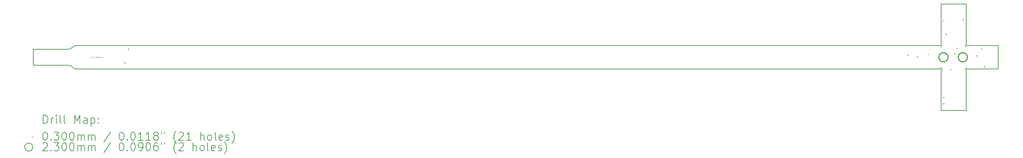
<source format=gbr>
%TF.GenerationSoftware,KiCad,Pcbnew,7.0.7*%
%TF.CreationDate,2024-05-14T22:36:55+02:00*%
%TF.ProjectId,Thumb_V1,5468756d-625f-4563-912e-6b696361645f,rev?*%
%TF.SameCoordinates,Original*%
%TF.FileFunction,Drillmap*%
%TF.FilePolarity,Positive*%
%FSLAX45Y45*%
G04 Gerber Fmt 4.5, Leading zero omitted, Abs format (unit mm)*
G04 Created by KiCad (PCBNEW 7.0.7) date 2024-05-14 22:36:55*
%MOMM*%
%LPD*%
G01*
G04 APERTURE LIST*
%ADD10C,0.200000*%
%ADD11C,0.030000*%
%ADD12C,0.230000*%
G04 APERTURE END LIST*
D10*
X26347950Y-12401400D02*
G75*
G03*
X26322953Y-12426400I-25000J0D01*
G01*
X26322953Y-13436400D02*
X26322953Y-12426400D01*
X25692953Y-12426400D02*
X25692953Y-13436400D01*
X25692953Y-13436400D02*
X26322953Y-13436400D01*
X25667950Y-11821400D02*
G75*
G03*
X25692953Y-11796400I25000J0D01*
G01*
X26322953Y-11796397D02*
G75*
G03*
X26347953Y-11821400I-3J-25003D01*
G01*
X25692953Y-10786400D02*
X25692953Y-11796400D01*
X3062953Y-12311400D02*
X3942953Y-12311400D01*
X25692953Y-12426397D02*
G75*
G03*
X25667953Y-12401400I-3J24997D01*
G01*
X25667953Y-11821400D02*
X4135047Y-11821400D01*
X4038998Y-12356401D02*
G75*
G03*
X3942953Y-12311400I-96048J-79999D01*
G01*
X3942953Y-11911402D02*
G75*
G03*
X4039000Y-11866400I-3J125002D01*
G01*
X3062953Y-11911400D02*
X3062953Y-12311400D01*
X26322953Y-11796400D02*
X26322953Y-10786400D01*
X27122953Y-11821400D02*
X26347953Y-11821400D01*
X26347953Y-12401400D02*
X27122953Y-12401400D01*
X3942953Y-11911400D02*
X3062953Y-11911400D01*
X4039002Y-12356398D02*
G75*
G03*
X4135047Y-12401400I96048J79998D01*
G01*
X27122953Y-12401400D02*
X27122953Y-11821400D01*
X4135047Y-11821398D02*
G75*
G03*
X4039000Y-11866400I3J-125002D01*
G01*
X26322953Y-10786400D02*
X25692953Y-10786400D01*
X4135047Y-12401400D02*
X25667953Y-12401400D01*
D11*
X4492326Y-12098400D02*
X4522326Y-12128400D01*
X4522326Y-12098400D02*
X4492326Y-12128400D01*
X4562326Y-12098400D02*
X4592326Y-12128400D01*
X4592326Y-12098400D02*
X4562326Y-12128400D01*
X4632326Y-12098400D02*
X4662326Y-12128400D01*
X4662326Y-12098400D02*
X4632326Y-12128400D01*
X4702326Y-12098400D02*
X4732326Y-12128400D01*
X4732326Y-12098400D02*
X4702326Y-12128400D01*
X4772326Y-12098400D02*
X4802326Y-12128400D01*
X4802326Y-12098400D02*
X4772326Y-12128400D01*
X5327000Y-12232000D02*
X5357000Y-12262000D01*
X5357000Y-12232000D02*
X5327000Y-12262000D01*
X5415000Y-11898000D02*
X5445000Y-11928000D01*
X5445000Y-11898000D02*
X5415000Y-11928000D01*
X24858000Y-12042000D02*
X24888000Y-12072000D01*
X24888000Y-12042000D02*
X24858000Y-12072000D01*
X25084953Y-12094400D02*
X25114953Y-12124400D01*
X25114953Y-12094400D02*
X25084953Y-12124400D01*
X25363953Y-12020400D02*
X25393953Y-12050400D01*
X25393953Y-12020400D02*
X25363953Y-12050400D01*
X25742252Y-11178748D02*
X25772252Y-11208748D01*
X25772252Y-11178748D02*
X25742252Y-11208748D01*
X25744003Y-13253155D02*
X25774003Y-13283155D01*
X25774003Y-13253155D02*
X25744003Y-13283155D01*
X25745000Y-13096000D02*
X25775000Y-13126000D01*
X25775000Y-13096000D02*
X25745000Y-13126000D01*
X25796953Y-11524400D02*
X25826953Y-11554400D01*
X25826953Y-11524400D02*
X25796953Y-11554400D01*
X25925953Y-12398402D02*
X25955953Y-12428402D01*
X25955953Y-12398402D02*
X25925953Y-12428402D01*
X26016953Y-12003400D02*
X26046953Y-12033400D01*
X26046953Y-12003400D02*
X26016953Y-12033400D01*
X26077453Y-11871900D02*
X26107453Y-11901900D01*
X26107453Y-11871900D02*
X26077453Y-11901900D01*
X26226000Y-11153000D02*
X26256000Y-11183000D01*
X26256000Y-11153000D02*
X26226000Y-11183000D01*
X26574000Y-12060000D02*
X26604000Y-12090000D01*
X26604000Y-12060000D02*
X26574000Y-12090000D01*
X26693000Y-11883000D02*
X26723000Y-11913000D01*
X26723000Y-11883000D02*
X26693000Y-11913000D01*
X26760000Y-12329000D02*
X26790000Y-12359000D01*
X26790000Y-12329000D02*
X26760000Y-12359000D01*
D12*
X25867953Y-12111400D02*
G75*
G03*
X25867953Y-12111400I-115000J0D01*
G01*
X26352953Y-12111400D02*
G75*
G03*
X26352953Y-12111400I-115000J0D01*
G01*
D10*
X3313730Y-13757884D02*
X3313730Y-13557884D01*
X3313730Y-13557884D02*
X3361349Y-13557884D01*
X3361349Y-13557884D02*
X3389920Y-13567408D01*
X3389920Y-13567408D02*
X3408968Y-13586455D01*
X3408968Y-13586455D02*
X3418492Y-13605503D01*
X3418492Y-13605503D02*
X3428016Y-13643598D01*
X3428016Y-13643598D02*
X3428016Y-13672169D01*
X3428016Y-13672169D02*
X3418492Y-13710265D01*
X3418492Y-13710265D02*
X3408968Y-13729312D01*
X3408968Y-13729312D02*
X3389920Y-13748360D01*
X3389920Y-13748360D02*
X3361349Y-13757884D01*
X3361349Y-13757884D02*
X3313730Y-13757884D01*
X3513730Y-13757884D02*
X3513730Y-13624550D01*
X3513730Y-13662646D02*
X3523254Y-13643598D01*
X3523254Y-13643598D02*
X3532778Y-13634074D01*
X3532778Y-13634074D02*
X3551825Y-13624550D01*
X3551825Y-13624550D02*
X3570873Y-13624550D01*
X3637539Y-13757884D02*
X3637539Y-13624550D01*
X3637539Y-13557884D02*
X3628016Y-13567408D01*
X3628016Y-13567408D02*
X3637539Y-13576931D01*
X3637539Y-13576931D02*
X3647063Y-13567408D01*
X3647063Y-13567408D02*
X3637539Y-13557884D01*
X3637539Y-13557884D02*
X3637539Y-13576931D01*
X3761349Y-13757884D02*
X3742301Y-13748360D01*
X3742301Y-13748360D02*
X3732778Y-13729312D01*
X3732778Y-13729312D02*
X3732778Y-13557884D01*
X3866111Y-13757884D02*
X3847063Y-13748360D01*
X3847063Y-13748360D02*
X3837539Y-13729312D01*
X3837539Y-13729312D02*
X3837539Y-13557884D01*
X4094682Y-13757884D02*
X4094682Y-13557884D01*
X4094682Y-13557884D02*
X4161349Y-13700741D01*
X4161349Y-13700741D02*
X4228016Y-13557884D01*
X4228016Y-13557884D02*
X4228016Y-13757884D01*
X4408968Y-13757884D02*
X4408968Y-13653122D01*
X4408968Y-13653122D02*
X4399444Y-13634074D01*
X4399444Y-13634074D02*
X4380397Y-13624550D01*
X4380397Y-13624550D02*
X4342301Y-13624550D01*
X4342301Y-13624550D02*
X4323254Y-13634074D01*
X4408968Y-13748360D02*
X4389921Y-13757884D01*
X4389921Y-13757884D02*
X4342301Y-13757884D01*
X4342301Y-13757884D02*
X4323254Y-13748360D01*
X4323254Y-13748360D02*
X4313730Y-13729312D01*
X4313730Y-13729312D02*
X4313730Y-13710265D01*
X4313730Y-13710265D02*
X4323254Y-13691217D01*
X4323254Y-13691217D02*
X4342301Y-13681693D01*
X4342301Y-13681693D02*
X4389921Y-13681693D01*
X4389921Y-13681693D02*
X4408968Y-13672169D01*
X4504206Y-13624550D02*
X4504206Y-13824550D01*
X4504206Y-13634074D02*
X4523254Y-13624550D01*
X4523254Y-13624550D02*
X4561349Y-13624550D01*
X4561349Y-13624550D02*
X4580397Y-13634074D01*
X4580397Y-13634074D02*
X4589921Y-13643598D01*
X4589921Y-13643598D02*
X4599444Y-13662646D01*
X4599444Y-13662646D02*
X4599444Y-13719788D01*
X4599444Y-13719788D02*
X4589921Y-13738836D01*
X4589921Y-13738836D02*
X4580397Y-13748360D01*
X4580397Y-13748360D02*
X4561349Y-13757884D01*
X4561349Y-13757884D02*
X4523254Y-13757884D01*
X4523254Y-13757884D02*
X4504206Y-13748360D01*
X4685159Y-13738836D02*
X4694682Y-13748360D01*
X4694682Y-13748360D02*
X4685159Y-13757884D01*
X4685159Y-13757884D02*
X4675635Y-13748360D01*
X4675635Y-13748360D02*
X4685159Y-13738836D01*
X4685159Y-13738836D02*
X4685159Y-13757884D01*
X4685159Y-13634074D02*
X4694682Y-13643598D01*
X4694682Y-13643598D02*
X4685159Y-13653122D01*
X4685159Y-13653122D02*
X4675635Y-13643598D01*
X4675635Y-13643598D02*
X4685159Y-13634074D01*
X4685159Y-13634074D02*
X4685159Y-13653122D01*
D11*
X3022953Y-14071400D02*
X3052953Y-14101400D01*
X3052953Y-14071400D02*
X3022953Y-14101400D01*
D10*
X3351825Y-13977884D02*
X3370873Y-13977884D01*
X3370873Y-13977884D02*
X3389920Y-13987408D01*
X3389920Y-13987408D02*
X3399444Y-13996931D01*
X3399444Y-13996931D02*
X3408968Y-14015979D01*
X3408968Y-14015979D02*
X3418492Y-14054074D01*
X3418492Y-14054074D02*
X3418492Y-14101693D01*
X3418492Y-14101693D02*
X3408968Y-14139788D01*
X3408968Y-14139788D02*
X3399444Y-14158836D01*
X3399444Y-14158836D02*
X3389920Y-14168360D01*
X3389920Y-14168360D02*
X3370873Y-14177884D01*
X3370873Y-14177884D02*
X3351825Y-14177884D01*
X3351825Y-14177884D02*
X3332778Y-14168360D01*
X3332778Y-14168360D02*
X3323254Y-14158836D01*
X3323254Y-14158836D02*
X3313730Y-14139788D01*
X3313730Y-14139788D02*
X3304206Y-14101693D01*
X3304206Y-14101693D02*
X3304206Y-14054074D01*
X3304206Y-14054074D02*
X3313730Y-14015979D01*
X3313730Y-14015979D02*
X3323254Y-13996931D01*
X3323254Y-13996931D02*
X3332778Y-13987408D01*
X3332778Y-13987408D02*
X3351825Y-13977884D01*
X3504206Y-14158836D02*
X3513730Y-14168360D01*
X3513730Y-14168360D02*
X3504206Y-14177884D01*
X3504206Y-14177884D02*
X3494682Y-14168360D01*
X3494682Y-14168360D02*
X3504206Y-14158836D01*
X3504206Y-14158836D02*
X3504206Y-14177884D01*
X3580397Y-13977884D02*
X3704206Y-13977884D01*
X3704206Y-13977884D02*
X3637539Y-14054074D01*
X3637539Y-14054074D02*
X3666111Y-14054074D01*
X3666111Y-14054074D02*
X3685159Y-14063598D01*
X3685159Y-14063598D02*
X3694682Y-14073122D01*
X3694682Y-14073122D02*
X3704206Y-14092169D01*
X3704206Y-14092169D02*
X3704206Y-14139788D01*
X3704206Y-14139788D02*
X3694682Y-14158836D01*
X3694682Y-14158836D02*
X3685159Y-14168360D01*
X3685159Y-14168360D02*
X3666111Y-14177884D01*
X3666111Y-14177884D02*
X3608968Y-14177884D01*
X3608968Y-14177884D02*
X3589920Y-14168360D01*
X3589920Y-14168360D02*
X3580397Y-14158836D01*
X3828016Y-13977884D02*
X3847063Y-13977884D01*
X3847063Y-13977884D02*
X3866111Y-13987408D01*
X3866111Y-13987408D02*
X3875635Y-13996931D01*
X3875635Y-13996931D02*
X3885159Y-14015979D01*
X3885159Y-14015979D02*
X3894682Y-14054074D01*
X3894682Y-14054074D02*
X3894682Y-14101693D01*
X3894682Y-14101693D02*
X3885159Y-14139788D01*
X3885159Y-14139788D02*
X3875635Y-14158836D01*
X3875635Y-14158836D02*
X3866111Y-14168360D01*
X3866111Y-14168360D02*
X3847063Y-14177884D01*
X3847063Y-14177884D02*
X3828016Y-14177884D01*
X3828016Y-14177884D02*
X3808968Y-14168360D01*
X3808968Y-14168360D02*
X3799444Y-14158836D01*
X3799444Y-14158836D02*
X3789920Y-14139788D01*
X3789920Y-14139788D02*
X3780397Y-14101693D01*
X3780397Y-14101693D02*
X3780397Y-14054074D01*
X3780397Y-14054074D02*
X3789920Y-14015979D01*
X3789920Y-14015979D02*
X3799444Y-13996931D01*
X3799444Y-13996931D02*
X3808968Y-13987408D01*
X3808968Y-13987408D02*
X3828016Y-13977884D01*
X4018492Y-13977884D02*
X4037540Y-13977884D01*
X4037540Y-13977884D02*
X4056587Y-13987408D01*
X4056587Y-13987408D02*
X4066111Y-13996931D01*
X4066111Y-13996931D02*
X4075635Y-14015979D01*
X4075635Y-14015979D02*
X4085159Y-14054074D01*
X4085159Y-14054074D02*
X4085159Y-14101693D01*
X4085159Y-14101693D02*
X4075635Y-14139788D01*
X4075635Y-14139788D02*
X4066111Y-14158836D01*
X4066111Y-14158836D02*
X4056587Y-14168360D01*
X4056587Y-14168360D02*
X4037540Y-14177884D01*
X4037540Y-14177884D02*
X4018492Y-14177884D01*
X4018492Y-14177884D02*
X3999444Y-14168360D01*
X3999444Y-14168360D02*
X3989920Y-14158836D01*
X3989920Y-14158836D02*
X3980397Y-14139788D01*
X3980397Y-14139788D02*
X3970873Y-14101693D01*
X3970873Y-14101693D02*
X3970873Y-14054074D01*
X3970873Y-14054074D02*
X3980397Y-14015979D01*
X3980397Y-14015979D02*
X3989920Y-13996931D01*
X3989920Y-13996931D02*
X3999444Y-13987408D01*
X3999444Y-13987408D02*
X4018492Y-13977884D01*
X4170873Y-14177884D02*
X4170873Y-14044550D01*
X4170873Y-14063598D02*
X4180397Y-14054074D01*
X4180397Y-14054074D02*
X4199444Y-14044550D01*
X4199444Y-14044550D02*
X4228016Y-14044550D01*
X4228016Y-14044550D02*
X4247063Y-14054074D01*
X4247063Y-14054074D02*
X4256587Y-14073122D01*
X4256587Y-14073122D02*
X4256587Y-14177884D01*
X4256587Y-14073122D02*
X4266111Y-14054074D01*
X4266111Y-14054074D02*
X4285159Y-14044550D01*
X4285159Y-14044550D02*
X4313730Y-14044550D01*
X4313730Y-14044550D02*
X4332778Y-14054074D01*
X4332778Y-14054074D02*
X4342302Y-14073122D01*
X4342302Y-14073122D02*
X4342302Y-14177884D01*
X4437540Y-14177884D02*
X4437540Y-14044550D01*
X4437540Y-14063598D02*
X4447063Y-14054074D01*
X4447063Y-14054074D02*
X4466111Y-14044550D01*
X4466111Y-14044550D02*
X4494683Y-14044550D01*
X4494683Y-14044550D02*
X4513730Y-14054074D01*
X4513730Y-14054074D02*
X4523254Y-14073122D01*
X4523254Y-14073122D02*
X4523254Y-14177884D01*
X4523254Y-14073122D02*
X4532778Y-14054074D01*
X4532778Y-14054074D02*
X4551825Y-14044550D01*
X4551825Y-14044550D02*
X4580397Y-14044550D01*
X4580397Y-14044550D02*
X4599444Y-14054074D01*
X4599444Y-14054074D02*
X4608968Y-14073122D01*
X4608968Y-14073122D02*
X4608968Y-14177884D01*
X4999444Y-13968360D02*
X4828016Y-14225503D01*
X5256587Y-13977884D02*
X5275635Y-13977884D01*
X5275635Y-13977884D02*
X5294683Y-13987408D01*
X5294683Y-13987408D02*
X5304206Y-13996931D01*
X5304206Y-13996931D02*
X5313730Y-14015979D01*
X5313730Y-14015979D02*
X5323254Y-14054074D01*
X5323254Y-14054074D02*
X5323254Y-14101693D01*
X5323254Y-14101693D02*
X5313730Y-14139788D01*
X5313730Y-14139788D02*
X5304206Y-14158836D01*
X5304206Y-14158836D02*
X5294683Y-14168360D01*
X5294683Y-14168360D02*
X5275635Y-14177884D01*
X5275635Y-14177884D02*
X5256587Y-14177884D01*
X5256587Y-14177884D02*
X5237540Y-14168360D01*
X5237540Y-14168360D02*
X5228016Y-14158836D01*
X5228016Y-14158836D02*
X5218492Y-14139788D01*
X5218492Y-14139788D02*
X5208968Y-14101693D01*
X5208968Y-14101693D02*
X5208968Y-14054074D01*
X5208968Y-14054074D02*
X5218492Y-14015979D01*
X5218492Y-14015979D02*
X5228016Y-13996931D01*
X5228016Y-13996931D02*
X5237540Y-13987408D01*
X5237540Y-13987408D02*
X5256587Y-13977884D01*
X5408968Y-14158836D02*
X5418492Y-14168360D01*
X5418492Y-14168360D02*
X5408968Y-14177884D01*
X5408968Y-14177884D02*
X5399445Y-14168360D01*
X5399445Y-14168360D02*
X5408968Y-14158836D01*
X5408968Y-14158836D02*
X5408968Y-14177884D01*
X5542302Y-13977884D02*
X5561349Y-13977884D01*
X5561349Y-13977884D02*
X5580397Y-13987408D01*
X5580397Y-13987408D02*
X5589921Y-13996931D01*
X5589921Y-13996931D02*
X5599444Y-14015979D01*
X5599444Y-14015979D02*
X5608968Y-14054074D01*
X5608968Y-14054074D02*
X5608968Y-14101693D01*
X5608968Y-14101693D02*
X5599444Y-14139788D01*
X5599444Y-14139788D02*
X5589921Y-14158836D01*
X5589921Y-14158836D02*
X5580397Y-14168360D01*
X5580397Y-14168360D02*
X5561349Y-14177884D01*
X5561349Y-14177884D02*
X5542302Y-14177884D01*
X5542302Y-14177884D02*
X5523254Y-14168360D01*
X5523254Y-14168360D02*
X5513730Y-14158836D01*
X5513730Y-14158836D02*
X5504206Y-14139788D01*
X5504206Y-14139788D02*
X5494683Y-14101693D01*
X5494683Y-14101693D02*
X5494683Y-14054074D01*
X5494683Y-14054074D02*
X5504206Y-14015979D01*
X5504206Y-14015979D02*
X5513730Y-13996931D01*
X5513730Y-13996931D02*
X5523254Y-13987408D01*
X5523254Y-13987408D02*
X5542302Y-13977884D01*
X5799444Y-14177884D02*
X5685159Y-14177884D01*
X5742302Y-14177884D02*
X5742302Y-13977884D01*
X5742302Y-13977884D02*
X5723254Y-14006455D01*
X5723254Y-14006455D02*
X5704206Y-14025503D01*
X5704206Y-14025503D02*
X5685159Y-14035027D01*
X5989921Y-14177884D02*
X5875635Y-14177884D01*
X5932778Y-14177884D02*
X5932778Y-13977884D01*
X5932778Y-13977884D02*
X5913730Y-14006455D01*
X5913730Y-14006455D02*
X5894683Y-14025503D01*
X5894683Y-14025503D02*
X5875635Y-14035027D01*
X6104206Y-14063598D02*
X6085159Y-14054074D01*
X6085159Y-14054074D02*
X6075635Y-14044550D01*
X6075635Y-14044550D02*
X6066111Y-14025503D01*
X6066111Y-14025503D02*
X6066111Y-14015979D01*
X6066111Y-14015979D02*
X6075635Y-13996931D01*
X6075635Y-13996931D02*
X6085159Y-13987408D01*
X6085159Y-13987408D02*
X6104206Y-13977884D01*
X6104206Y-13977884D02*
X6142302Y-13977884D01*
X6142302Y-13977884D02*
X6161349Y-13987408D01*
X6161349Y-13987408D02*
X6170873Y-13996931D01*
X6170873Y-13996931D02*
X6180397Y-14015979D01*
X6180397Y-14015979D02*
X6180397Y-14025503D01*
X6180397Y-14025503D02*
X6170873Y-14044550D01*
X6170873Y-14044550D02*
X6161349Y-14054074D01*
X6161349Y-14054074D02*
X6142302Y-14063598D01*
X6142302Y-14063598D02*
X6104206Y-14063598D01*
X6104206Y-14063598D02*
X6085159Y-14073122D01*
X6085159Y-14073122D02*
X6075635Y-14082646D01*
X6075635Y-14082646D02*
X6066111Y-14101693D01*
X6066111Y-14101693D02*
X6066111Y-14139788D01*
X6066111Y-14139788D02*
X6075635Y-14158836D01*
X6075635Y-14158836D02*
X6085159Y-14168360D01*
X6085159Y-14168360D02*
X6104206Y-14177884D01*
X6104206Y-14177884D02*
X6142302Y-14177884D01*
X6142302Y-14177884D02*
X6161349Y-14168360D01*
X6161349Y-14168360D02*
X6170873Y-14158836D01*
X6170873Y-14158836D02*
X6180397Y-14139788D01*
X6180397Y-14139788D02*
X6180397Y-14101693D01*
X6180397Y-14101693D02*
X6170873Y-14082646D01*
X6170873Y-14082646D02*
X6161349Y-14073122D01*
X6161349Y-14073122D02*
X6142302Y-14063598D01*
X6256587Y-13977884D02*
X6256587Y-14015979D01*
X6332778Y-13977884D02*
X6332778Y-14015979D01*
X6628016Y-14254074D02*
X6618492Y-14244550D01*
X6618492Y-14244550D02*
X6599445Y-14215979D01*
X6599445Y-14215979D02*
X6589921Y-14196931D01*
X6589921Y-14196931D02*
X6580397Y-14168360D01*
X6580397Y-14168360D02*
X6570873Y-14120741D01*
X6570873Y-14120741D02*
X6570873Y-14082646D01*
X6570873Y-14082646D02*
X6580397Y-14035027D01*
X6580397Y-14035027D02*
X6589921Y-14006455D01*
X6589921Y-14006455D02*
X6599445Y-13987408D01*
X6599445Y-13987408D02*
X6618492Y-13958836D01*
X6618492Y-13958836D02*
X6628016Y-13949312D01*
X6694683Y-13996931D02*
X6704206Y-13987408D01*
X6704206Y-13987408D02*
X6723254Y-13977884D01*
X6723254Y-13977884D02*
X6770873Y-13977884D01*
X6770873Y-13977884D02*
X6789921Y-13987408D01*
X6789921Y-13987408D02*
X6799445Y-13996931D01*
X6799445Y-13996931D02*
X6808968Y-14015979D01*
X6808968Y-14015979D02*
X6808968Y-14035027D01*
X6808968Y-14035027D02*
X6799445Y-14063598D01*
X6799445Y-14063598D02*
X6685159Y-14177884D01*
X6685159Y-14177884D02*
X6808968Y-14177884D01*
X6999445Y-14177884D02*
X6885159Y-14177884D01*
X6942302Y-14177884D02*
X6942302Y-13977884D01*
X6942302Y-13977884D02*
X6923254Y-14006455D01*
X6923254Y-14006455D02*
X6904206Y-14025503D01*
X6904206Y-14025503D02*
X6885159Y-14035027D01*
X7237540Y-14177884D02*
X7237540Y-13977884D01*
X7323254Y-14177884D02*
X7323254Y-14073122D01*
X7323254Y-14073122D02*
X7313730Y-14054074D01*
X7313730Y-14054074D02*
X7294683Y-14044550D01*
X7294683Y-14044550D02*
X7266111Y-14044550D01*
X7266111Y-14044550D02*
X7247064Y-14054074D01*
X7247064Y-14054074D02*
X7237540Y-14063598D01*
X7447064Y-14177884D02*
X7428016Y-14168360D01*
X7428016Y-14168360D02*
X7418492Y-14158836D01*
X7418492Y-14158836D02*
X7408968Y-14139788D01*
X7408968Y-14139788D02*
X7408968Y-14082646D01*
X7408968Y-14082646D02*
X7418492Y-14063598D01*
X7418492Y-14063598D02*
X7428016Y-14054074D01*
X7428016Y-14054074D02*
X7447064Y-14044550D01*
X7447064Y-14044550D02*
X7475635Y-14044550D01*
X7475635Y-14044550D02*
X7494683Y-14054074D01*
X7494683Y-14054074D02*
X7504207Y-14063598D01*
X7504207Y-14063598D02*
X7513730Y-14082646D01*
X7513730Y-14082646D02*
X7513730Y-14139788D01*
X7513730Y-14139788D02*
X7504207Y-14158836D01*
X7504207Y-14158836D02*
X7494683Y-14168360D01*
X7494683Y-14168360D02*
X7475635Y-14177884D01*
X7475635Y-14177884D02*
X7447064Y-14177884D01*
X7628016Y-14177884D02*
X7608968Y-14168360D01*
X7608968Y-14168360D02*
X7599445Y-14149312D01*
X7599445Y-14149312D02*
X7599445Y-13977884D01*
X7780397Y-14168360D02*
X7761349Y-14177884D01*
X7761349Y-14177884D02*
X7723254Y-14177884D01*
X7723254Y-14177884D02*
X7704207Y-14168360D01*
X7704207Y-14168360D02*
X7694683Y-14149312D01*
X7694683Y-14149312D02*
X7694683Y-14073122D01*
X7694683Y-14073122D02*
X7704207Y-14054074D01*
X7704207Y-14054074D02*
X7723254Y-14044550D01*
X7723254Y-14044550D02*
X7761349Y-14044550D01*
X7761349Y-14044550D02*
X7780397Y-14054074D01*
X7780397Y-14054074D02*
X7789921Y-14073122D01*
X7789921Y-14073122D02*
X7789921Y-14092169D01*
X7789921Y-14092169D02*
X7694683Y-14111217D01*
X7866111Y-14168360D02*
X7885159Y-14177884D01*
X7885159Y-14177884D02*
X7923254Y-14177884D01*
X7923254Y-14177884D02*
X7942302Y-14168360D01*
X7942302Y-14168360D02*
X7951826Y-14149312D01*
X7951826Y-14149312D02*
X7951826Y-14139788D01*
X7951826Y-14139788D02*
X7942302Y-14120741D01*
X7942302Y-14120741D02*
X7923254Y-14111217D01*
X7923254Y-14111217D02*
X7894683Y-14111217D01*
X7894683Y-14111217D02*
X7875635Y-14101693D01*
X7875635Y-14101693D02*
X7866111Y-14082646D01*
X7866111Y-14082646D02*
X7866111Y-14073122D01*
X7866111Y-14073122D02*
X7875635Y-14054074D01*
X7875635Y-14054074D02*
X7894683Y-14044550D01*
X7894683Y-14044550D02*
X7923254Y-14044550D01*
X7923254Y-14044550D02*
X7942302Y-14054074D01*
X8018492Y-14254074D02*
X8028016Y-14244550D01*
X8028016Y-14244550D02*
X8047064Y-14215979D01*
X8047064Y-14215979D02*
X8056588Y-14196931D01*
X8056588Y-14196931D02*
X8066111Y-14168360D01*
X8066111Y-14168360D02*
X8075635Y-14120741D01*
X8075635Y-14120741D02*
X8075635Y-14082646D01*
X8075635Y-14082646D02*
X8066111Y-14035027D01*
X8066111Y-14035027D02*
X8056588Y-14006455D01*
X8056588Y-14006455D02*
X8047064Y-13987408D01*
X8047064Y-13987408D02*
X8028016Y-13958836D01*
X8028016Y-13958836D02*
X8018492Y-13949312D01*
X3052953Y-14350400D02*
G75*
G03*
X3052953Y-14350400I-100000J0D01*
G01*
X3304206Y-14260931D02*
X3313730Y-14251408D01*
X3313730Y-14251408D02*
X3332778Y-14241884D01*
X3332778Y-14241884D02*
X3380397Y-14241884D01*
X3380397Y-14241884D02*
X3399444Y-14251408D01*
X3399444Y-14251408D02*
X3408968Y-14260931D01*
X3408968Y-14260931D02*
X3418492Y-14279979D01*
X3418492Y-14279979D02*
X3418492Y-14299027D01*
X3418492Y-14299027D02*
X3408968Y-14327598D01*
X3408968Y-14327598D02*
X3294682Y-14441884D01*
X3294682Y-14441884D02*
X3418492Y-14441884D01*
X3504206Y-14422836D02*
X3513730Y-14432360D01*
X3513730Y-14432360D02*
X3504206Y-14441884D01*
X3504206Y-14441884D02*
X3494682Y-14432360D01*
X3494682Y-14432360D02*
X3504206Y-14422836D01*
X3504206Y-14422836D02*
X3504206Y-14441884D01*
X3580397Y-14241884D02*
X3704206Y-14241884D01*
X3704206Y-14241884D02*
X3637539Y-14318074D01*
X3637539Y-14318074D02*
X3666111Y-14318074D01*
X3666111Y-14318074D02*
X3685159Y-14327598D01*
X3685159Y-14327598D02*
X3694682Y-14337122D01*
X3694682Y-14337122D02*
X3704206Y-14356169D01*
X3704206Y-14356169D02*
X3704206Y-14403788D01*
X3704206Y-14403788D02*
X3694682Y-14422836D01*
X3694682Y-14422836D02*
X3685159Y-14432360D01*
X3685159Y-14432360D02*
X3666111Y-14441884D01*
X3666111Y-14441884D02*
X3608968Y-14441884D01*
X3608968Y-14441884D02*
X3589920Y-14432360D01*
X3589920Y-14432360D02*
X3580397Y-14422836D01*
X3828016Y-14241884D02*
X3847063Y-14241884D01*
X3847063Y-14241884D02*
X3866111Y-14251408D01*
X3866111Y-14251408D02*
X3875635Y-14260931D01*
X3875635Y-14260931D02*
X3885159Y-14279979D01*
X3885159Y-14279979D02*
X3894682Y-14318074D01*
X3894682Y-14318074D02*
X3894682Y-14365693D01*
X3894682Y-14365693D02*
X3885159Y-14403788D01*
X3885159Y-14403788D02*
X3875635Y-14422836D01*
X3875635Y-14422836D02*
X3866111Y-14432360D01*
X3866111Y-14432360D02*
X3847063Y-14441884D01*
X3847063Y-14441884D02*
X3828016Y-14441884D01*
X3828016Y-14441884D02*
X3808968Y-14432360D01*
X3808968Y-14432360D02*
X3799444Y-14422836D01*
X3799444Y-14422836D02*
X3789920Y-14403788D01*
X3789920Y-14403788D02*
X3780397Y-14365693D01*
X3780397Y-14365693D02*
X3780397Y-14318074D01*
X3780397Y-14318074D02*
X3789920Y-14279979D01*
X3789920Y-14279979D02*
X3799444Y-14260931D01*
X3799444Y-14260931D02*
X3808968Y-14251408D01*
X3808968Y-14251408D02*
X3828016Y-14241884D01*
X4018492Y-14241884D02*
X4037540Y-14241884D01*
X4037540Y-14241884D02*
X4056587Y-14251408D01*
X4056587Y-14251408D02*
X4066111Y-14260931D01*
X4066111Y-14260931D02*
X4075635Y-14279979D01*
X4075635Y-14279979D02*
X4085159Y-14318074D01*
X4085159Y-14318074D02*
X4085159Y-14365693D01*
X4085159Y-14365693D02*
X4075635Y-14403788D01*
X4075635Y-14403788D02*
X4066111Y-14422836D01*
X4066111Y-14422836D02*
X4056587Y-14432360D01*
X4056587Y-14432360D02*
X4037540Y-14441884D01*
X4037540Y-14441884D02*
X4018492Y-14441884D01*
X4018492Y-14441884D02*
X3999444Y-14432360D01*
X3999444Y-14432360D02*
X3989920Y-14422836D01*
X3989920Y-14422836D02*
X3980397Y-14403788D01*
X3980397Y-14403788D02*
X3970873Y-14365693D01*
X3970873Y-14365693D02*
X3970873Y-14318074D01*
X3970873Y-14318074D02*
X3980397Y-14279979D01*
X3980397Y-14279979D02*
X3989920Y-14260931D01*
X3989920Y-14260931D02*
X3999444Y-14251408D01*
X3999444Y-14251408D02*
X4018492Y-14241884D01*
X4170873Y-14441884D02*
X4170873Y-14308550D01*
X4170873Y-14327598D02*
X4180397Y-14318074D01*
X4180397Y-14318074D02*
X4199444Y-14308550D01*
X4199444Y-14308550D02*
X4228016Y-14308550D01*
X4228016Y-14308550D02*
X4247063Y-14318074D01*
X4247063Y-14318074D02*
X4256587Y-14337122D01*
X4256587Y-14337122D02*
X4256587Y-14441884D01*
X4256587Y-14337122D02*
X4266111Y-14318074D01*
X4266111Y-14318074D02*
X4285159Y-14308550D01*
X4285159Y-14308550D02*
X4313730Y-14308550D01*
X4313730Y-14308550D02*
X4332778Y-14318074D01*
X4332778Y-14318074D02*
X4342302Y-14337122D01*
X4342302Y-14337122D02*
X4342302Y-14441884D01*
X4437540Y-14441884D02*
X4437540Y-14308550D01*
X4437540Y-14327598D02*
X4447063Y-14318074D01*
X4447063Y-14318074D02*
X4466111Y-14308550D01*
X4466111Y-14308550D02*
X4494683Y-14308550D01*
X4494683Y-14308550D02*
X4513730Y-14318074D01*
X4513730Y-14318074D02*
X4523254Y-14337122D01*
X4523254Y-14337122D02*
X4523254Y-14441884D01*
X4523254Y-14337122D02*
X4532778Y-14318074D01*
X4532778Y-14318074D02*
X4551825Y-14308550D01*
X4551825Y-14308550D02*
X4580397Y-14308550D01*
X4580397Y-14308550D02*
X4599444Y-14318074D01*
X4599444Y-14318074D02*
X4608968Y-14337122D01*
X4608968Y-14337122D02*
X4608968Y-14441884D01*
X4999444Y-14232360D02*
X4828016Y-14489503D01*
X5256587Y-14241884D02*
X5275635Y-14241884D01*
X5275635Y-14241884D02*
X5294683Y-14251408D01*
X5294683Y-14251408D02*
X5304206Y-14260931D01*
X5304206Y-14260931D02*
X5313730Y-14279979D01*
X5313730Y-14279979D02*
X5323254Y-14318074D01*
X5323254Y-14318074D02*
X5323254Y-14365693D01*
X5323254Y-14365693D02*
X5313730Y-14403788D01*
X5313730Y-14403788D02*
X5304206Y-14422836D01*
X5304206Y-14422836D02*
X5294683Y-14432360D01*
X5294683Y-14432360D02*
X5275635Y-14441884D01*
X5275635Y-14441884D02*
X5256587Y-14441884D01*
X5256587Y-14441884D02*
X5237540Y-14432360D01*
X5237540Y-14432360D02*
X5228016Y-14422836D01*
X5228016Y-14422836D02*
X5218492Y-14403788D01*
X5218492Y-14403788D02*
X5208968Y-14365693D01*
X5208968Y-14365693D02*
X5208968Y-14318074D01*
X5208968Y-14318074D02*
X5218492Y-14279979D01*
X5218492Y-14279979D02*
X5228016Y-14260931D01*
X5228016Y-14260931D02*
X5237540Y-14251408D01*
X5237540Y-14251408D02*
X5256587Y-14241884D01*
X5408968Y-14422836D02*
X5418492Y-14432360D01*
X5418492Y-14432360D02*
X5408968Y-14441884D01*
X5408968Y-14441884D02*
X5399445Y-14432360D01*
X5399445Y-14432360D02*
X5408968Y-14422836D01*
X5408968Y-14422836D02*
X5408968Y-14441884D01*
X5542302Y-14241884D02*
X5561349Y-14241884D01*
X5561349Y-14241884D02*
X5580397Y-14251408D01*
X5580397Y-14251408D02*
X5589921Y-14260931D01*
X5589921Y-14260931D02*
X5599444Y-14279979D01*
X5599444Y-14279979D02*
X5608968Y-14318074D01*
X5608968Y-14318074D02*
X5608968Y-14365693D01*
X5608968Y-14365693D02*
X5599444Y-14403788D01*
X5599444Y-14403788D02*
X5589921Y-14422836D01*
X5589921Y-14422836D02*
X5580397Y-14432360D01*
X5580397Y-14432360D02*
X5561349Y-14441884D01*
X5561349Y-14441884D02*
X5542302Y-14441884D01*
X5542302Y-14441884D02*
X5523254Y-14432360D01*
X5523254Y-14432360D02*
X5513730Y-14422836D01*
X5513730Y-14422836D02*
X5504206Y-14403788D01*
X5504206Y-14403788D02*
X5494683Y-14365693D01*
X5494683Y-14365693D02*
X5494683Y-14318074D01*
X5494683Y-14318074D02*
X5504206Y-14279979D01*
X5504206Y-14279979D02*
X5513730Y-14260931D01*
X5513730Y-14260931D02*
X5523254Y-14251408D01*
X5523254Y-14251408D02*
X5542302Y-14241884D01*
X5704206Y-14441884D02*
X5742302Y-14441884D01*
X5742302Y-14441884D02*
X5761349Y-14432360D01*
X5761349Y-14432360D02*
X5770873Y-14422836D01*
X5770873Y-14422836D02*
X5789921Y-14394265D01*
X5789921Y-14394265D02*
X5799444Y-14356169D01*
X5799444Y-14356169D02*
X5799444Y-14279979D01*
X5799444Y-14279979D02*
X5789921Y-14260931D01*
X5789921Y-14260931D02*
X5780397Y-14251408D01*
X5780397Y-14251408D02*
X5761349Y-14241884D01*
X5761349Y-14241884D02*
X5723254Y-14241884D01*
X5723254Y-14241884D02*
X5704206Y-14251408D01*
X5704206Y-14251408D02*
X5694683Y-14260931D01*
X5694683Y-14260931D02*
X5685159Y-14279979D01*
X5685159Y-14279979D02*
X5685159Y-14327598D01*
X5685159Y-14327598D02*
X5694683Y-14346646D01*
X5694683Y-14346646D02*
X5704206Y-14356169D01*
X5704206Y-14356169D02*
X5723254Y-14365693D01*
X5723254Y-14365693D02*
X5761349Y-14365693D01*
X5761349Y-14365693D02*
X5780397Y-14356169D01*
X5780397Y-14356169D02*
X5789921Y-14346646D01*
X5789921Y-14346646D02*
X5799444Y-14327598D01*
X5923254Y-14241884D02*
X5942302Y-14241884D01*
X5942302Y-14241884D02*
X5961349Y-14251408D01*
X5961349Y-14251408D02*
X5970873Y-14260931D01*
X5970873Y-14260931D02*
X5980397Y-14279979D01*
X5980397Y-14279979D02*
X5989921Y-14318074D01*
X5989921Y-14318074D02*
X5989921Y-14365693D01*
X5989921Y-14365693D02*
X5980397Y-14403788D01*
X5980397Y-14403788D02*
X5970873Y-14422836D01*
X5970873Y-14422836D02*
X5961349Y-14432360D01*
X5961349Y-14432360D02*
X5942302Y-14441884D01*
X5942302Y-14441884D02*
X5923254Y-14441884D01*
X5923254Y-14441884D02*
X5904206Y-14432360D01*
X5904206Y-14432360D02*
X5894683Y-14422836D01*
X5894683Y-14422836D02*
X5885159Y-14403788D01*
X5885159Y-14403788D02*
X5875635Y-14365693D01*
X5875635Y-14365693D02*
X5875635Y-14318074D01*
X5875635Y-14318074D02*
X5885159Y-14279979D01*
X5885159Y-14279979D02*
X5894683Y-14260931D01*
X5894683Y-14260931D02*
X5904206Y-14251408D01*
X5904206Y-14251408D02*
X5923254Y-14241884D01*
X6161349Y-14241884D02*
X6123254Y-14241884D01*
X6123254Y-14241884D02*
X6104206Y-14251408D01*
X6104206Y-14251408D02*
X6094683Y-14260931D01*
X6094683Y-14260931D02*
X6075635Y-14289503D01*
X6075635Y-14289503D02*
X6066111Y-14327598D01*
X6066111Y-14327598D02*
X6066111Y-14403788D01*
X6066111Y-14403788D02*
X6075635Y-14422836D01*
X6075635Y-14422836D02*
X6085159Y-14432360D01*
X6085159Y-14432360D02*
X6104206Y-14441884D01*
X6104206Y-14441884D02*
X6142302Y-14441884D01*
X6142302Y-14441884D02*
X6161349Y-14432360D01*
X6161349Y-14432360D02*
X6170873Y-14422836D01*
X6170873Y-14422836D02*
X6180397Y-14403788D01*
X6180397Y-14403788D02*
X6180397Y-14356169D01*
X6180397Y-14356169D02*
X6170873Y-14337122D01*
X6170873Y-14337122D02*
X6161349Y-14327598D01*
X6161349Y-14327598D02*
X6142302Y-14318074D01*
X6142302Y-14318074D02*
X6104206Y-14318074D01*
X6104206Y-14318074D02*
X6085159Y-14327598D01*
X6085159Y-14327598D02*
X6075635Y-14337122D01*
X6075635Y-14337122D02*
X6066111Y-14356169D01*
X6256587Y-14241884D02*
X6256587Y-14279979D01*
X6332778Y-14241884D02*
X6332778Y-14279979D01*
X6628016Y-14518074D02*
X6618492Y-14508550D01*
X6618492Y-14508550D02*
X6599445Y-14479979D01*
X6599445Y-14479979D02*
X6589921Y-14460931D01*
X6589921Y-14460931D02*
X6580397Y-14432360D01*
X6580397Y-14432360D02*
X6570873Y-14384741D01*
X6570873Y-14384741D02*
X6570873Y-14346646D01*
X6570873Y-14346646D02*
X6580397Y-14299027D01*
X6580397Y-14299027D02*
X6589921Y-14270455D01*
X6589921Y-14270455D02*
X6599445Y-14251408D01*
X6599445Y-14251408D02*
X6618492Y-14222836D01*
X6618492Y-14222836D02*
X6628016Y-14213312D01*
X6694683Y-14260931D02*
X6704206Y-14251408D01*
X6704206Y-14251408D02*
X6723254Y-14241884D01*
X6723254Y-14241884D02*
X6770873Y-14241884D01*
X6770873Y-14241884D02*
X6789921Y-14251408D01*
X6789921Y-14251408D02*
X6799445Y-14260931D01*
X6799445Y-14260931D02*
X6808968Y-14279979D01*
X6808968Y-14279979D02*
X6808968Y-14299027D01*
X6808968Y-14299027D02*
X6799445Y-14327598D01*
X6799445Y-14327598D02*
X6685159Y-14441884D01*
X6685159Y-14441884D02*
X6808968Y-14441884D01*
X7047064Y-14441884D02*
X7047064Y-14241884D01*
X7132778Y-14441884D02*
X7132778Y-14337122D01*
X7132778Y-14337122D02*
X7123254Y-14318074D01*
X7123254Y-14318074D02*
X7104207Y-14308550D01*
X7104207Y-14308550D02*
X7075635Y-14308550D01*
X7075635Y-14308550D02*
X7056587Y-14318074D01*
X7056587Y-14318074D02*
X7047064Y-14327598D01*
X7256587Y-14441884D02*
X7237540Y-14432360D01*
X7237540Y-14432360D02*
X7228016Y-14422836D01*
X7228016Y-14422836D02*
X7218492Y-14403788D01*
X7218492Y-14403788D02*
X7218492Y-14346646D01*
X7218492Y-14346646D02*
X7228016Y-14327598D01*
X7228016Y-14327598D02*
X7237540Y-14318074D01*
X7237540Y-14318074D02*
X7256587Y-14308550D01*
X7256587Y-14308550D02*
X7285159Y-14308550D01*
X7285159Y-14308550D02*
X7304207Y-14318074D01*
X7304207Y-14318074D02*
X7313730Y-14327598D01*
X7313730Y-14327598D02*
X7323254Y-14346646D01*
X7323254Y-14346646D02*
X7323254Y-14403788D01*
X7323254Y-14403788D02*
X7313730Y-14422836D01*
X7313730Y-14422836D02*
X7304207Y-14432360D01*
X7304207Y-14432360D02*
X7285159Y-14441884D01*
X7285159Y-14441884D02*
X7256587Y-14441884D01*
X7437540Y-14441884D02*
X7418492Y-14432360D01*
X7418492Y-14432360D02*
X7408968Y-14413312D01*
X7408968Y-14413312D02*
X7408968Y-14241884D01*
X7589921Y-14432360D02*
X7570873Y-14441884D01*
X7570873Y-14441884D02*
X7532778Y-14441884D01*
X7532778Y-14441884D02*
X7513730Y-14432360D01*
X7513730Y-14432360D02*
X7504207Y-14413312D01*
X7504207Y-14413312D02*
X7504207Y-14337122D01*
X7504207Y-14337122D02*
X7513730Y-14318074D01*
X7513730Y-14318074D02*
X7532778Y-14308550D01*
X7532778Y-14308550D02*
X7570873Y-14308550D01*
X7570873Y-14308550D02*
X7589921Y-14318074D01*
X7589921Y-14318074D02*
X7599445Y-14337122D01*
X7599445Y-14337122D02*
X7599445Y-14356169D01*
X7599445Y-14356169D02*
X7504207Y-14375217D01*
X7675635Y-14432360D02*
X7694683Y-14441884D01*
X7694683Y-14441884D02*
X7732778Y-14441884D01*
X7732778Y-14441884D02*
X7751826Y-14432360D01*
X7751826Y-14432360D02*
X7761349Y-14413312D01*
X7761349Y-14413312D02*
X7761349Y-14403788D01*
X7761349Y-14403788D02*
X7751826Y-14384741D01*
X7751826Y-14384741D02*
X7732778Y-14375217D01*
X7732778Y-14375217D02*
X7704207Y-14375217D01*
X7704207Y-14375217D02*
X7685159Y-14365693D01*
X7685159Y-14365693D02*
X7675635Y-14346646D01*
X7675635Y-14346646D02*
X7675635Y-14337122D01*
X7675635Y-14337122D02*
X7685159Y-14318074D01*
X7685159Y-14318074D02*
X7704207Y-14308550D01*
X7704207Y-14308550D02*
X7732778Y-14308550D01*
X7732778Y-14308550D02*
X7751826Y-14318074D01*
X7828016Y-14518074D02*
X7837540Y-14508550D01*
X7837540Y-14508550D02*
X7856588Y-14479979D01*
X7856588Y-14479979D02*
X7866111Y-14460931D01*
X7866111Y-14460931D02*
X7875635Y-14432360D01*
X7875635Y-14432360D02*
X7885159Y-14384741D01*
X7885159Y-14384741D02*
X7885159Y-14346646D01*
X7885159Y-14346646D02*
X7875635Y-14299027D01*
X7875635Y-14299027D02*
X7866111Y-14270455D01*
X7866111Y-14270455D02*
X7856588Y-14251408D01*
X7856588Y-14251408D02*
X7837540Y-14222836D01*
X7837540Y-14222836D02*
X7828016Y-14213312D01*
M02*

</source>
